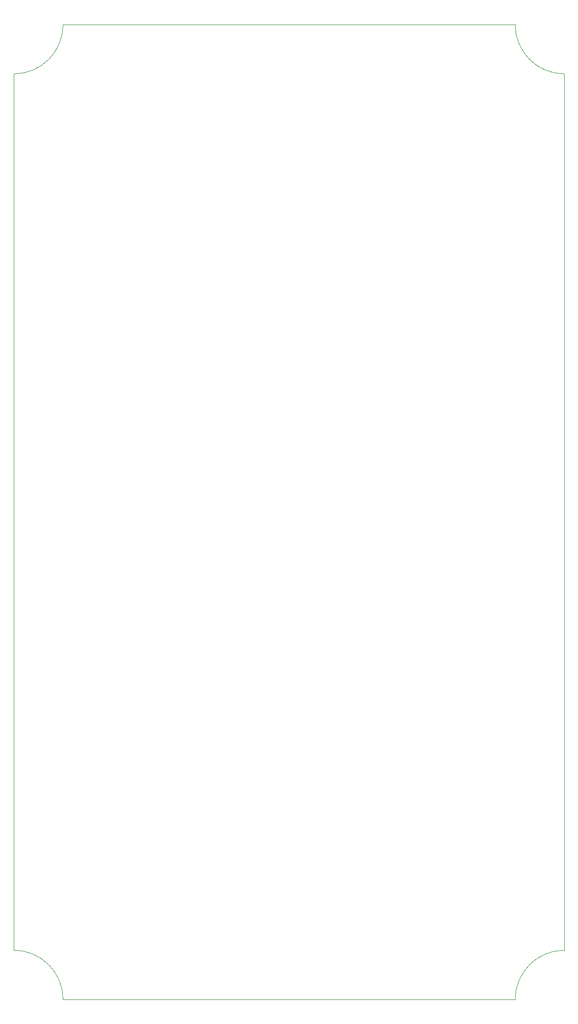
<source format=gbr>
%TF.GenerationSoftware,Altium Limited,Altium Designer,23.6.0 (18)*%
G04 Layer_Color=0*
%FSLAX43Y43*%
%MOMM*%
%TF.SameCoordinates,407812E0-2FFD-4E57-8D94-CFCBE61D5419*%
%TF.FilePolarity,Positive*%
%TF.FileFunction,Profile,NP*%
%TF.Part,Single*%
G01*
G75*
%TA.AperFunction,Profile*%
%ADD72C,0.025*%
D72*
X0Y8500D02*
Y159500D01*
D02*
G03*
X8500Y168000I0J8500D01*
G01*
X86500D01*
D02*
G03*
X95000Y159500I8500J0D01*
G01*
Y8500D01*
D02*
G03*
X86500Y0I0J-8500D01*
G01*
X8500D01*
D02*
G03*
X0Y8500I-8500J0D01*
G01*
%TF.MD5,68b41c965da169f9cf18d3d8951c8a77*%
M02*

</source>
